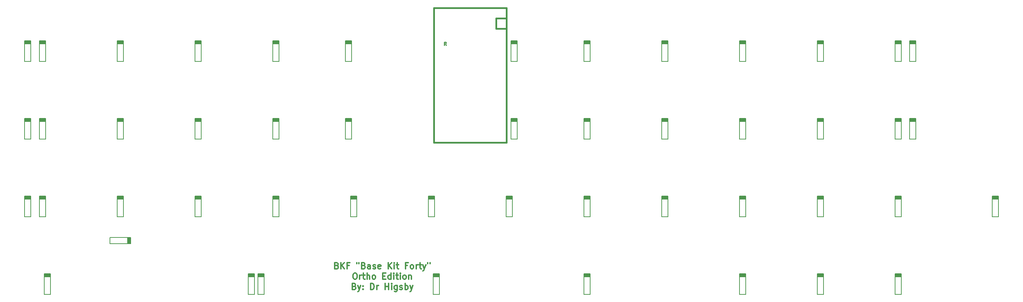
<source format=gbr>
G04 #@! TF.GenerationSoftware,KiCad,Pcbnew,(5.1.4)-1*
G04 #@! TF.CreationDate,2021-01-05T14:29:53-08:00*
G04 #@! TF.ProjectId,The-BKF-Ortho,5468652d-424b-4462-9d4f-7274686f2e6b,rev?*
G04 #@! TF.SameCoordinates,Original*
G04 #@! TF.FileFunction,Legend,Top*
G04 #@! TF.FilePolarity,Positive*
%FSLAX46Y46*%
G04 Gerber Fmt 4.6, Leading zero omitted, Abs format (unit mm)*
G04 Created by KiCad (PCBNEW (5.1.4)-1) date 2021-01-05 14:29:53*
%MOMM*%
%LPD*%
G04 APERTURE LIST*
%ADD10C,0.300000*%
%ADD11C,0.150000*%
%ADD12C,0.381000*%
G04 APERTURE END LIST*
D10*
X117355742Y-129981657D02*
X117570028Y-130053085D01*
X117641457Y-130124514D01*
X117712885Y-130267371D01*
X117712885Y-130481657D01*
X117641457Y-130624514D01*
X117570028Y-130695942D01*
X117427171Y-130767371D01*
X116855742Y-130767371D01*
X116855742Y-129267371D01*
X117355742Y-129267371D01*
X117498600Y-129338800D01*
X117570028Y-129410228D01*
X117641457Y-129553085D01*
X117641457Y-129695942D01*
X117570028Y-129838800D01*
X117498600Y-129910228D01*
X117355742Y-129981657D01*
X116855742Y-129981657D01*
X118355742Y-130767371D02*
X118355742Y-129267371D01*
X119212885Y-130767371D02*
X118570028Y-129910228D01*
X119212885Y-129267371D02*
X118355742Y-130124514D01*
X120355742Y-129981657D02*
X119855742Y-129981657D01*
X119855742Y-130767371D02*
X119855742Y-129267371D01*
X120570028Y-129267371D01*
X122212885Y-129267371D02*
X122212885Y-129553085D01*
X122784314Y-129267371D02*
X122784314Y-129553085D01*
X123927171Y-129981657D02*
X124141457Y-130053085D01*
X124212885Y-130124514D01*
X124284314Y-130267371D01*
X124284314Y-130481657D01*
X124212885Y-130624514D01*
X124141457Y-130695942D01*
X123998600Y-130767371D01*
X123427171Y-130767371D01*
X123427171Y-129267371D01*
X123927171Y-129267371D01*
X124070028Y-129338800D01*
X124141457Y-129410228D01*
X124212885Y-129553085D01*
X124212885Y-129695942D01*
X124141457Y-129838800D01*
X124070028Y-129910228D01*
X123927171Y-129981657D01*
X123427171Y-129981657D01*
X125570028Y-130767371D02*
X125570028Y-129981657D01*
X125498600Y-129838800D01*
X125355742Y-129767371D01*
X125070028Y-129767371D01*
X124927171Y-129838800D01*
X125570028Y-130695942D02*
X125427171Y-130767371D01*
X125070028Y-130767371D01*
X124927171Y-130695942D01*
X124855742Y-130553085D01*
X124855742Y-130410228D01*
X124927171Y-130267371D01*
X125070028Y-130195942D01*
X125427171Y-130195942D01*
X125570028Y-130124514D01*
X126212885Y-130695942D02*
X126355742Y-130767371D01*
X126641457Y-130767371D01*
X126784314Y-130695942D01*
X126855742Y-130553085D01*
X126855742Y-130481657D01*
X126784314Y-130338800D01*
X126641457Y-130267371D01*
X126427171Y-130267371D01*
X126284314Y-130195942D01*
X126212885Y-130053085D01*
X126212885Y-129981657D01*
X126284314Y-129838800D01*
X126427171Y-129767371D01*
X126641457Y-129767371D01*
X126784314Y-129838800D01*
X128070028Y-130695942D02*
X127927171Y-130767371D01*
X127641457Y-130767371D01*
X127498600Y-130695942D01*
X127427171Y-130553085D01*
X127427171Y-129981657D01*
X127498600Y-129838800D01*
X127641457Y-129767371D01*
X127927171Y-129767371D01*
X128070028Y-129838800D01*
X128141457Y-129981657D01*
X128141457Y-130124514D01*
X127427171Y-130267371D01*
X129927171Y-130767371D02*
X129927171Y-129267371D01*
X130784314Y-130767371D02*
X130141457Y-129910228D01*
X130784314Y-129267371D02*
X129927171Y-130124514D01*
X131427171Y-130767371D02*
X131427171Y-129767371D01*
X131427171Y-129267371D02*
X131355742Y-129338800D01*
X131427171Y-129410228D01*
X131498600Y-129338800D01*
X131427171Y-129267371D01*
X131427171Y-129410228D01*
X131927171Y-129767371D02*
X132498600Y-129767371D01*
X132141457Y-129267371D02*
X132141457Y-130553085D01*
X132212885Y-130695942D01*
X132355742Y-130767371D01*
X132498600Y-130767371D01*
X134641457Y-129981657D02*
X134141457Y-129981657D01*
X134141457Y-130767371D02*
X134141457Y-129267371D01*
X134855742Y-129267371D01*
X135641457Y-130767371D02*
X135498600Y-130695942D01*
X135427171Y-130624514D01*
X135355742Y-130481657D01*
X135355742Y-130053085D01*
X135427171Y-129910228D01*
X135498600Y-129838800D01*
X135641457Y-129767371D01*
X135855742Y-129767371D01*
X135998600Y-129838800D01*
X136070028Y-129910228D01*
X136141457Y-130053085D01*
X136141457Y-130481657D01*
X136070028Y-130624514D01*
X135998600Y-130695942D01*
X135855742Y-130767371D01*
X135641457Y-130767371D01*
X136784314Y-130767371D02*
X136784314Y-129767371D01*
X136784314Y-130053085D02*
X136855742Y-129910228D01*
X136927171Y-129838800D01*
X137070028Y-129767371D01*
X137212885Y-129767371D01*
X137498600Y-129767371D02*
X138070028Y-129767371D01*
X137712885Y-129267371D02*
X137712885Y-130553085D01*
X137784314Y-130695942D01*
X137927171Y-130767371D01*
X138070028Y-130767371D01*
X138427171Y-129767371D02*
X138784314Y-130767371D01*
X139141457Y-129767371D02*
X138784314Y-130767371D01*
X138641457Y-131124514D01*
X138570028Y-131195942D01*
X138427171Y-131267371D01*
X139641457Y-129267371D02*
X139641457Y-129553085D01*
X140212885Y-129267371D02*
X140212885Y-129553085D01*
X121677171Y-131817371D02*
X121962885Y-131817371D01*
X122105742Y-131888800D01*
X122248600Y-132031657D01*
X122320028Y-132317371D01*
X122320028Y-132817371D01*
X122248600Y-133103085D01*
X122105742Y-133245942D01*
X121962885Y-133317371D01*
X121677171Y-133317371D01*
X121534314Y-133245942D01*
X121391457Y-133103085D01*
X121320028Y-132817371D01*
X121320028Y-132317371D01*
X121391457Y-132031657D01*
X121534314Y-131888800D01*
X121677171Y-131817371D01*
X122962885Y-133317371D02*
X122962885Y-132317371D01*
X122962885Y-132603085D02*
X123034314Y-132460228D01*
X123105742Y-132388800D01*
X123248600Y-132317371D01*
X123391457Y-132317371D01*
X123677171Y-132317371D02*
X124248600Y-132317371D01*
X123891457Y-131817371D02*
X123891457Y-133103085D01*
X123962885Y-133245942D01*
X124105742Y-133317371D01*
X124248600Y-133317371D01*
X124748600Y-133317371D02*
X124748600Y-131817371D01*
X125391457Y-133317371D02*
X125391457Y-132531657D01*
X125320028Y-132388800D01*
X125177171Y-132317371D01*
X124962885Y-132317371D01*
X124820028Y-132388800D01*
X124748600Y-132460228D01*
X126320028Y-133317371D02*
X126177171Y-133245942D01*
X126105742Y-133174514D01*
X126034314Y-133031657D01*
X126034314Y-132603085D01*
X126105742Y-132460228D01*
X126177171Y-132388800D01*
X126320028Y-132317371D01*
X126534314Y-132317371D01*
X126677171Y-132388800D01*
X126748600Y-132460228D01*
X126820028Y-132603085D01*
X126820028Y-133031657D01*
X126748600Y-133174514D01*
X126677171Y-133245942D01*
X126534314Y-133317371D01*
X126320028Y-133317371D01*
X128605742Y-132531657D02*
X129105742Y-132531657D01*
X129320028Y-133317371D02*
X128605742Y-133317371D01*
X128605742Y-131817371D01*
X129320028Y-131817371D01*
X130605742Y-133317371D02*
X130605742Y-131817371D01*
X130605742Y-133245942D02*
X130462885Y-133317371D01*
X130177171Y-133317371D01*
X130034314Y-133245942D01*
X129962885Y-133174514D01*
X129891457Y-133031657D01*
X129891457Y-132603085D01*
X129962885Y-132460228D01*
X130034314Y-132388800D01*
X130177171Y-132317371D01*
X130462885Y-132317371D01*
X130605742Y-132388800D01*
X131320028Y-133317371D02*
X131320028Y-132317371D01*
X131320028Y-131817371D02*
X131248600Y-131888800D01*
X131320028Y-131960228D01*
X131391457Y-131888800D01*
X131320028Y-131817371D01*
X131320028Y-131960228D01*
X131820028Y-132317371D02*
X132391457Y-132317371D01*
X132034314Y-131817371D02*
X132034314Y-133103085D01*
X132105742Y-133245942D01*
X132248600Y-133317371D01*
X132391457Y-133317371D01*
X132891457Y-133317371D02*
X132891457Y-132317371D01*
X132891457Y-131817371D02*
X132820028Y-131888800D01*
X132891457Y-131960228D01*
X132962885Y-131888800D01*
X132891457Y-131817371D01*
X132891457Y-131960228D01*
X133820028Y-133317371D02*
X133677171Y-133245942D01*
X133605742Y-133174514D01*
X133534314Y-133031657D01*
X133534314Y-132603085D01*
X133605742Y-132460228D01*
X133677171Y-132388800D01*
X133820028Y-132317371D01*
X134034314Y-132317371D01*
X134177171Y-132388800D01*
X134248600Y-132460228D01*
X134320028Y-132603085D01*
X134320028Y-133031657D01*
X134248600Y-133174514D01*
X134177171Y-133245942D01*
X134034314Y-133317371D01*
X133820028Y-133317371D01*
X134962885Y-132317371D02*
X134962885Y-133317371D01*
X134962885Y-132460228D02*
X135034314Y-132388800D01*
X135177171Y-132317371D01*
X135391457Y-132317371D01*
X135534314Y-132388800D01*
X135605742Y-132531657D01*
X135605742Y-133317371D01*
X121641457Y-135081657D02*
X121855742Y-135153085D01*
X121927171Y-135224514D01*
X121998600Y-135367371D01*
X121998600Y-135581657D01*
X121927171Y-135724514D01*
X121855742Y-135795942D01*
X121712885Y-135867371D01*
X121141457Y-135867371D01*
X121141457Y-134367371D01*
X121641457Y-134367371D01*
X121784314Y-134438800D01*
X121855742Y-134510228D01*
X121927171Y-134653085D01*
X121927171Y-134795942D01*
X121855742Y-134938800D01*
X121784314Y-135010228D01*
X121641457Y-135081657D01*
X121141457Y-135081657D01*
X122498600Y-134867371D02*
X122855742Y-135867371D01*
X123212885Y-134867371D02*
X122855742Y-135867371D01*
X122712885Y-136224514D01*
X122641457Y-136295942D01*
X122498600Y-136367371D01*
X123784314Y-135724514D02*
X123855742Y-135795942D01*
X123784314Y-135867371D01*
X123712885Y-135795942D01*
X123784314Y-135724514D01*
X123784314Y-135867371D01*
X123784314Y-134938800D02*
X123855742Y-135010228D01*
X123784314Y-135081657D01*
X123712885Y-135010228D01*
X123784314Y-134938800D01*
X123784314Y-135081657D01*
X125641457Y-135867371D02*
X125641457Y-134367371D01*
X125998600Y-134367371D01*
X126212885Y-134438800D01*
X126355742Y-134581657D01*
X126427171Y-134724514D01*
X126498600Y-135010228D01*
X126498600Y-135224514D01*
X126427171Y-135510228D01*
X126355742Y-135653085D01*
X126212885Y-135795942D01*
X125998600Y-135867371D01*
X125641457Y-135867371D01*
X127141457Y-135867371D02*
X127141457Y-134867371D01*
X127141457Y-135153085D02*
X127212885Y-135010228D01*
X127284314Y-134938800D01*
X127427171Y-134867371D01*
X127570028Y-134867371D01*
X129212885Y-135867371D02*
X129212885Y-134367371D01*
X129212885Y-135081657D02*
X130070028Y-135081657D01*
X130070028Y-135867371D02*
X130070028Y-134367371D01*
X130784314Y-135867371D02*
X130784314Y-134867371D01*
X130784314Y-134367371D02*
X130712885Y-134438800D01*
X130784314Y-134510228D01*
X130855742Y-134438800D01*
X130784314Y-134367371D01*
X130784314Y-134510228D01*
X132141457Y-134867371D02*
X132141457Y-136081657D01*
X132070028Y-136224514D01*
X131998600Y-136295942D01*
X131855742Y-136367371D01*
X131641457Y-136367371D01*
X131498600Y-136295942D01*
X132141457Y-135795942D02*
X131998600Y-135867371D01*
X131712885Y-135867371D01*
X131570028Y-135795942D01*
X131498600Y-135724514D01*
X131427171Y-135581657D01*
X131427171Y-135153085D01*
X131498600Y-135010228D01*
X131570028Y-134938800D01*
X131712885Y-134867371D01*
X131998600Y-134867371D01*
X132141457Y-134938800D01*
X132784314Y-135795942D02*
X132927171Y-135867371D01*
X133212885Y-135867371D01*
X133355742Y-135795942D01*
X133427171Y-135653085D01*
X133427171Y-135581657D01*
X133355742Y-135438800D01*
X133212885Y-135367371D01*
X132998600Y-135367371D01*
X132855742Y-135295942D01*
X132784314Y-135153085D01*
X132784314Y-135081657D01*
X132855742Y-134938800D01*
X132998600Y-134867371D01*
X133212885Y-134867371D01*
X133355742Y-134938800D01*
X134070028Y-135867371D02*
X134070028Y-134367371D01*
X134070028Y-134938800D02*
X134212885Y-134867371D01*
X134498600Y-134867371D01*
X134641457Y-134938800D01*
X134712885Y-135010228D01*
X134784314Y-135153085D01*
X134784314Y-135581657D01*
X134712885Y-135724514D01*
X134641457Y-135795942D01*
X134498600Y-135867371D01*
X134212885Y-135867371D01*
X134070028Y-135795942D01*
X135284314Y-134867371D02*
X135641457Y-135867371D01*
X135998600Y-134867371D02*
X135641457Y-135867371D01*
X135498600Y-136224514D01*
X135427171Y-136295942D01*
X135284314Y-136367371D01*
D11*
X277844484Y-118030722D02*
X277844484Y-112950722D01*
X277844484Y-112950722D02*
X279368484Y-112950722D01*
X279368484Y-112950722D02*
X279368484Y-118030722D01*
X279368484Y-118030722D02*
X277844484Y-118030722D01*
X277844484Y-113331722D02*
X279368484Y-113331722D01*
X279368484Y-113204722D02*
X277844484Y-113204722D01*
X277844484Y-113077722D02*
X279368484Y-113077722D01*
X279368484Y-113458722D02*
X277844484Y-113458722D01*
X277844484Y-113585722D02*
X279368484Y-113585722D01*
X277844484Y-113712722D02*
X279368484Y-113712722D01*
X254031964Y-137080738D02*
X254031964Y-132000738D01*
X254031964Y-132000738D02*
X255555964Y-132000738D01*
X255555964Y-132000738D02*
X255555964Y-137080738D01*
X255555964Y-137080738D02*
X254031964Y-137080738D01*
X254031964Y-132381738D02*
X255555964Y-132381738D01*
X255555964Y-132254738D02*
X254031964Y-132254738D01*
X254031964Y-132127738D02*
X255555964Y-132127738D01*
X255555964Y-132508738D02*
X254031964Y-132508738D01*
X254031964Y-132635738D02*
X255555964Y-132635738D01*
X254031964Y-132762738D02*
X255555964Y-132762738D01*
D12*
X156368750Y-69294375D02*
X158908750Y-69294375D01*
X141128750Y-66754375D02*
X158908750Y-66754375D01*
X158908750Y-66754375D02*
X158908750Y-99774375D01*
X158908750Y-99774375D02*
X141128750Y-99774375D01*
X141128750Y-99774375D02*
X141128750Y-66754375D01*
D11*
G36*
X144174115Y-75183405D02*
G01*
X144174115Y-75283405D01*
X143674115Y-75283405D01*
X143674115Y-75183405D01*
X144174115Y-75183405D01*
G37*
X144174115Y-75183405D02*
X144174115Y-75283405D01*
X143674115Y-75283405D01*
X143674115Y-75183405D01*
X144174115Y-75183405D01*
G36*
X144174115Y-75183405D02*
G01*
X144174115Y-75483405D01*
X144074115Y-75483405D01*
X144074115Y-75183405D01*
X144174115Y-75183405D01*
G37*
X144174115Y-75183405D02*
X144174115Y-75483405D01*
X144074115Y-75483405D01*
X144074115Y-75183405D01*
X144174115Y-75183405D01*
G36*
X144174115Y-75783405D02*
G01*
X144174115Y-75983405D01*
X144074115Y-75983405D01*
X144074115Y-75783405D01*
X144174115Y-75783405D01*
G37*
X144174115Y-75783405D02*
X144174115Y-75983405D01*
X144074115Y-75983405D01*
X144074115Y-75783405D01*
X144174115Y-75783405D01*
G36*
X143774115Y-75183405D02*
G01*
X143774115Y-75983405D01*
X143674115Y-75983405D01*
X143674115Y-75183405D01*
X143774115Y-75183405D01*
G37*
X143774115Y-75183405D02*
X143774115Y-75983405D01*
X143674115Y-75983405D01*
X143674115Y-75183405D01*
X143774115Y-75183405D01*
G36*
X143974115Y-75583405D02*
G01*
X143974115Y-75683405D01*
X143874115Y-75683405D01*
X143874115Y-75583405D01*
X143974115Y-75583405D01*
G37*
X143974115Y-75583405D02*
X143974115Y-75683405D01*
X143874115Y-75683405D01*
X143874115Y-75583405D01*
X143974115Y-75583405D01*
D12*
X156368750Y-69294375D02*
X156368750Y-71834375D01*
X156368750Y-71834375D02*
X158908750Y-71834375D01*
D11*
X234981948Y-137080738D02*
X234981948Y-132000738D01*
X234981948Y-132000738D02*
X236505948Y-132000738D01*
X236505948Y-132000738D02*
X236505948Y-137080738D01*
X236505948Y-137080738D02*
X234981948Y-137080738D01*
X234981948Y-132381738D02*
X236505948Y-132381738D01*
X236505948Y-132254738D02*
X234981948Y-132254738D01*
X234981948Y-132127738D02*
X236505948Y-132127738D01*
X236505948Y-132508738D02*
X234981948Y-132508738D01*
X234981948Y-132635738D02*
X236505948Y-132635738D01*
X234981948Y-132762738D02*
X236505948Y-132762738D01*
X215931932Y-137080738D02*
X215931932Y-132000738D01*
X215931932Y-132000738D02*
X217455932Y-132000738D01*
X217455932Y-132000738D02*
X217455932Y-137080738D01*
X217455932Y-137080738D02*
X215931932Y-137080738D01*
X215931932Y-132381738D02*
X217455932Y-132381738D01*
X217455932Y-132254738D02*
X215931932Y-132254738D01*
X215931932Y-132127738D02*
X217455932Y-132127738D01*
X217455932Y-132508738D02*
X215931932Y-132508738D01*
X215931932Y-132635738D02*
X217455932Y-132635738D01*
X215931932Y-132762738D02*
X217455932Y-132762738D01*
X177831900Y-137080738D02*
X177831900Y-132000738D01*
X177831900Y-132000738D02*
X179355900Y-132000738D01*
X179355900Y-132000738D02*
X179355900Y-137080738D01*
X179355900Y-137080738D02*
X177831900Y-137080738D01*
X177831900Y-132381738D02*
X179355900Y-132381738D01*
X179355900Y-132254738D02*
X177831900Y-132254738D01*
X177831900Y-132127738D02*
X179355900Y-132127738D01*
X179355900Y-132508738D02*
X177831900Y-132508738D01*
X177831900Y-132635738D02*
X179355900Y-132635738D01*
X177831900Y-132762738D02*
X179355900Y-132762738D01*
X140922494Y-137080738D02*
X140922494Y-132000738D01*
X140922494Y-132000738D02*
X142446494Y-132000738D01*
X142446494Y-132000738D02*
X142446494Y-137080738D01*
X142446494Y-137080738D02*
X140922494Y-137080738D01*
X140922494Y-132381738D02*
X142446494Y-132381738D01*
X142446494Y-132254738D02*
X140922494Y-132254738D01*
X140922494Y-132127738D02*
X142446494Y-132127738D01*
X142446494Y-132508738D02*
X140922494Y-132508738D01*
X140922494Y-132635738D02*
X142446494Y-132635738D01*
X140922494Y-132762738D02*
X142446494Y-132762738D01*
X98059958Y-137080738D02*
X98059958Y-132000738D01*
X98059958Y-132000738D02*
X99583958Y-132000738D01*
X99583958Y-132000738D02*
X99583958Y-137080738D01*
X99583958Y-137080738D02*
X98059958Y-137080738D01*
X98059958Y-132381738D02*
X99583958Y-132381738D01*
X99583958Y-132254738D02*
X98059958Y-132254738D01*
X98059958Y-132127738D02*
X99583958Y-132127738D01*
X99583958Y-132508738D02*
X98059958Y-132508738D01*
X98059958Y-132635738D02*
X99583958Y-132635738D01*
X98059958Y-132762738D02*
X99583958Y-132762738D01*
X95678706Y-137080738D02*
X95678706Y-132000738D01*
X95678706Y-132000738D02*
X97202706Y-132000738D01*
X97202706Y-132000738D02*
X97202706Y-137080738D01*
X97202706Y-137080738D02*
X95678706Y-137080738D01*
X95678706Y-132381738D02*
X97202706Y-132381738D01*
X97202706Y-132254738D02*
X95678706Y-132254738D01*
X95678706Y-132127738D02*
X97202706Y-132127738D01*
X97202706Y-132508738D02*
X95678706Y-132508738D01*
X95678706Y-132635738D02*
X97202706Y-132635738D01*
X95678706Y-132762738D02*
X97202706Y-132762738D01*
X61753804Y-123063104D02*
X66833804Y-123063104D01*
X66833804Y-123063104D02*
X66833804Y-124587104D01*
X66833804Y-124587104D02*
X61753804Y-124587104D01*
X61753804Y-124587104D02*
X61753804Y-123063104D01*
X66452804Y-123063104D02*
X66452804Y-124587104D01*
X66579804Y-124587104D02*
X66579804Y-123063104D01*
X66706804Y-123063104D02*
X66706804Y-124587104D01*
X66325804Y-124587104D02*
X66325804Y-123063104D01*
X66198804Y-123063104D02*
X66198804Y-124587104D01*
X66071804Y-123063104D02*
X66071804Y-124587104D01*
X45672570Y-137081190D02*
X45672570Y-132001190D01*
X45672570Y-132001190D02*
X47196570Y-132001190D01*
X47196570Y-132001190D02*
X47196570Y-137081190D01*
X47196570Y-137081190D02*
X45672570Y-137081190D01*
X45672570Y-132382190D02*
X47196570Y-132382190D01*
X47196570Y-132255190D02*
X45672570Y-132255190D01*
X45672570Y-132128190D02*
X47196570Y-132128190D01*
X47196570Y-132509190D02*
X45672570Y-132509190D01*
X45672570Y-132636190D02*
X47196570Y-132636190D01*
X45672570Y-132763190D02*
X47196570Y-132763190D01*
X254031750Y-118030625D02*
X254031750Y-112950625D01*
X254031750Y-112950625D02*
X255555750Y-112950625D01*
X255555750Y-112950625D02*
X255555750Y-118030625D01*
X255555750Y-118030625D02*
X254031750Y-118030625D01*
X254031750Y-113331625D02*
X255555750Y-113331625D01*
X255555750Y-113204625D02*
X254031750Y-113204625D01*
X254031750Y-113077625D02*
X255555750Y-113077625D01*
X255555750Y-113458625D02*
X254031750Y-113458625D01*
X254031750Y-113585625D02*
X255555750Y-113585625D01*
X254031750Y-113712625D02*
X255555750Y-113712625D01*
X234981750Y-118030625D02*
X234981750Y-112950625D01*
X234981750Y-112950625D02*
X236505750Y-112950625D01*
X236505750Y-112950625D02*
X236505750Y-118030625D01*
X236505750Y-118030625D02*
X234981750Y-118030625D01*
X234981750Y-113331625D02*
X236505750Y-113331625D01*
X236505750Y-113204625D02*
X234981750Y-113204625D01*
X234981750Y-113077625D02*
X236505750Y-113077625D01*
X236505750Y-113458625D02*
X234981750Y-113458625D01*
X234981750Y-113585625D02*
X236505750Y-113585625D01*
X234981750Y-113712625D02*
X236505750Y-113712625D01*
X215931750Y-118030625D02*
X215931750Y-112950625D01*
X215931750Y-112950625D02*
X217455750Y-112950625D01*
X217455750Y-112950625D02*
X217455750Y-118030625D01*
X217455750Y-118030625D02*
X215931750Y-118030625D01*
X215931750Y-113331625D02*
X217455750Y-113331625D01*
X217455750Y-113204625D02*
X215931750Y-113204625D01*
X215931750Y-113077625D02*
X217455750Y-113077625D01*
X217455750Y-113458625D02*
X215931750Y-113458625D01*
X215931750Y-113585625D02*
X217455750Y-113585625D01*
X215931750Y-113712625D02*
X217455750Y-113712625D01*
X196881750Y-118030625D02*
X196881750Y-112950625D01*
X196881750Y-112950625D02*
X198405750Y-112950625D01*
X198405750Y-112950625D02*
X198405750Y-118030625D01*
X198405750Y-118030625D02*
X196881750Y-118030625D01*
X196881750Y-113331625D02*
X198405750Y-113331625D01*
X198405750Y-113204625D02*
X196881750Y-113204625D01*
X196881750Y-113077625D02*
X198405750Y-113077625D01*
X198405750Y-113458625D02*
X196881750Y-113458625D01*
X196881750Y-113585625D02*
X198405750Y-113585625D01*
X196881750Y-113712625D02*
X198405750Y-113712625D01*
X177831750Y-118030625D02*
X177831750Y-112950625D01*
X177831750Y-112950625D02*
X179355750Y-112950625D01*
X179355750Y-112950625D02*
X179355750Y-118030625D01*
X179355750Y-118030625D02*
X177831750Y-118030625D01*
X177831750Y-113331625D02*
X179355750Y-113331625D01*
X179355750Y-113204625D02*
X177831750Y-113204625D01*
X177831750Y-113077625D02*
X179355750Y-113077625D01*
X179355750Y-113458625D02*
X177831750Y-113458625D01*
X177831750Y-113585625D02*
X179355750Y-113585625D01*
X177831750Y-113712625D02*
X179355750Y-113712625D01*
X158781750Y-118030625D02*
X158781750Y-112950625D01*
X158781750Y-112950625D02*
X160305750Y-112950625D01*
X160305750Y-112950625D02*
X160305750Y-118030625D01*
X160305750Y-118030625D02*
X158781750Y-118030625D01*
X158781750Y-113331625D02*
X160305750Y-113331625D01*
X160305750Y-113204625D02*
X158781750Y-113204625D01*
X158781750Y-113077625D02*
X160305750Y-113077625D01*
X160305750Y-113458625D02*
X158781750Y-113458625D01*
X158781750Y-113585625D02*
X160305750Y-113585625D01*
X158781750Y-113712625D02*
X160305750Y-113712625D01*
X139731750Y-118030625D02*
X139731750Y-112950625D01*
X139731750Y-112950625D02*
X141255750Y-112950625D01*
X141255750Y-112950625D02*
X141255750Y-118030625D01*
X141255750Y-118030625D02*
X139731750Y-118030625D01*
X139731750Y-113331625D02*
X141255750Y-113331625D01*
X141255750Y-113204625D02*
X139731750Y-113204625D01*
X139731750Y-113077625D02*
X141255750Y-113077625D01*
X141255750Y-113458625D02*
X139731750Y-113458625D01*
X139731750Y-113585625D02*
X141255750Y-113585625D01*
X139731750Y-113712625D02*
X141255750Y-113712625D01*
X120681750Y-118030625D02*
X120681750Y-112950625D01*
X120681750Y-112950625D02*
X122205750Y-112950625D01*
X122205750Y-112950625D02*
X122205750Y-118030625D01*
X122205750Y-118030625D02*
X120681750Y-118030625D01*
X120681750Y-113331625D02*
X122205750Y-113331625D01*
X122205750Y-113204625D02*
X120681750Y-113204625D01*
X120681750Y-113077625D02*
X122205750Y-113077625D01*
X122205750Y-113458625D02*
X120681750Y-113458625D01*
X120681750Y-113585625D02*
X122205750Y-113585625D01*
X120681750Y-113712625D02*
X122205750Y-113712625D01*
X101631750Y-118030625D02*
X101631750Y-112950625D01*
X101631750Y-112950625D02*
X103155750Y-112950625D01*
X103155750Y-112950625D02*
X103155750Y-118030625D01*
X103155750Y-118030625D02*
X101631750Y-118030625D01*
X101631750Y-113331625D02*
X103155750Y-113331625D01*
X103155750Y-113204625D02*
X101631750Y-113204625D01*
X101631750Y-113077625D02*
X103155750Y-113077625D01*
X103155750Y-113458625D02*
X101631750Y-113458625D01*
X101631750Y-113585625D02*
X103155750Y-113585625D01*
X101631750Y-113712625D02*
X103155750Y-113712625D01*
X82581750Y-118030625D02*
X82581750Y-112950625D01*
X82581750Y-112950625D02*
X84105750Y-112950625D01*
X84105750Y-112950625D02*
X84105750Y-118030625D01*
X84105750Y-118030625D02*
X82581750Y-118030625D01*
X82581750Y-113331625D02*
X84105750Y-113331625D01*
X84105750Y-113204625D02*
X82581750Y-113204625D01*
X82581750Y-113077625D02*
X84105750Y-113077625D01*
X84105750Y-113458625D02*
X82581750Y-113458625D01*
X82581750Y-113585625D02*
X84105750Y-113585625D01*
X82581750Y-113712625D02*
X84105750Y-113712625D01*
X63531750Y-118030625D02*
X63531750Y-112950625D01*
X63531750Y-112950625D02*
X65055750Y-112950625D01*
X65055750Y-112950625D02*
X65055750Y-118030625D01*
X65055750Y-118030625D02*
X63531750Y-118030625D01*
X63531750Y-113331625D02*
X65055750Y-113331625D01*
X65055750Y-113204625D02*
X63531750Y-113204625D01*
X63531750Y-113077625D02*
X65055750Y-113077625D01*
X65055750Y-113458625D02*
X63531750Y-113458625D01*
X63531750Y-113585625D02*
X65055750Y-113585625D01*
X63531750Y-113712625D02*
X65055750Y-113712625D01*
X44481750Y-118030625D02*
X44481750Y-112950625D01*
X44481750Y-112950625D02*
X46005750Y-112950625D01*
X46005750Y-112950625D02*
X46005750Y-118030625D01*
X46005750Y-118030625D02*
X44481750Y-118030625D01*
X44481750Y-113331625D02*
X46005750Y-113331625D01*
X46005750Y-113204625D02*
X44481750Y-113204625D01*
X44481750Y-113077625D02*
X46005750Y-113077625D01*
X46005750Y-113458625D02*
X44481750Y-113458625D01*
X44481750Y-113585625D02*
X46005750Y-113585625D01*
X44481750Y-113712625D02*
X46005750Y-113712625D01*
X40909875Y-118030625D02*
X40909875Y-112950625D01*
X40909875Y-112950625D02*
X42433875Y-112950625D01*
X42433875Y-112950625D02*
X42433875Y-118030625D01*
X42433875Y-118030625D02*
X40909875Y-118030625D01*
X40909875Y-113331625D02*
X42433875Y-113331625D01*
X42433875Y-113204625D02*
X40909875Y-113204625D01*
X40909875Y-113077625D02*
X42433875Y-113077625D01*
X42433875Y-113458625D02*
X40909875Y-113458625D01*
X40909875Y-113585625D02*
X42433875Y-113585625D01*
X40909875Y-113712625D02*
X42433875Y-113712625D01*
X257603625Y-98980625D02*
X257603625Y-93900625D01*
X257603625Y-93900625D02*
X259127625Y-93900625D01*
X259127625Y-93900625D02*
X259127625Y-98980625D01*
X259127625Y-98980625D02*
X257603625Y-98980625D01*
X257603625Y-94281625D02*
X259127625Y-94281625D01*
X259127625Y-94154625D02*
X257603625Y-94154625D01*
X257603625Y-94027625D02*
X259127625Y-94027625D01*
X259127625Y-94408625D02*
X257603625Y-94408625D01*
X257603625Y-94535625D02*
X259127625Y-94535625D01*
X257603625Y-94662625D02*
X259127625Y-94662625D01*
X254031750Y-98980625D02*
X254031750Y-93900625D01*
X254031750Y-93900625D02*
X255555750Y-93900625D01*
X255555750Y-93900625D02*
X255555750Y-98980625D01*
X255555750Y-98980625D02*
X254031750Y-98980625D01*
X254031750Y-94281625D02*
X255555750Y-94281625D01*
X255555750Y-94154625D02*
X254031750Y-94154625D01*
X254031750Y-94027625D02*
X255555750Y-94027625D01*
X255555750Y-94408625D02*
X254031750Y-94408625D01*
X254031750Y-94535625D02*
X255555750Y-94535625D01*
X254031750Y-94662625D02*
X255555750Y-94662625D01*
X234981750Y-98980625D02*
X234981750Y-93900625D01*
X234981750Y-93900625D02*
X236505750Y-93900625D01*
X236505750Y-93900625D02*
X236505750Y-98980625D01*
X236505750Y-98980625D02*
X234981750Y-98980625D01*
X234981750Y-94281625D02*
X236505750Y-94281625D01*
X236505750Y-94154625D02*
X234981750Y-94154625D01*
X234981750Y-94027625D02*
X236505750Y-94027625D01*
X236505750Y-94408625D02*
X234981750Y-94408625D01*
X234981750Y-94535625D02*
X236505750Y-94535625D01*
X234981750Y-94662625D02*
X236505750Y-94662625D01*
X215931750Y-98980625D02*
X215931750Y-93900625D01*
X215931750Y-93900625D02*
X217455750Y-93900625D01*
X217455750Y-93900625D02*
X217455750Y-98980625D01*
X217455750Y-98980625D02*
X215931750Y-98980625D01*
X215931750Y-94281625D02*
X217455750Y-94281625D01*
X217455750Y-94154625D02*
X215931750Y-94154625D01*
X215931750Y-94027625D02*
X217455750Y-94027625D01*
X217455750Y-94408625D02*
X215931750Y-94408625D01*
X215931750Y-94535625D02*
X217455750Y-94535625D01*
X215931750Y-94662625D02*
X217455750Y-94662625D01*
X196881750Y-98980625D02*
X196881750Y-93900625D01*
X196881750Y-93900625D02*
X198405750Y-93900625D01*
X198405750Y-93900625D02*
X198405750Y-98980625D01*
X198405750Y-98980625D02*
X196881750Y-98980625D01*
X196881750Y-94281625D02*
X198405750Y-94281625D01*
X198405750Y-94154625D02*
X196881750Y-94154625D01*
X196881750Y-94027625D02*
X198405750Y-94027625D01*
X198405750Y-94408625D02*
X196881750Y-94408625D01*
X196881750Y-94535625D02*
X198405750Y-94535625D01*
X196881750Y-94662625D02*
X198405750Y-94662625D01*
X177831750Y-98980625D02*
X177831750Y-93900625D01*
X177831750Y-93900625D02*
X179355750Y-93900625D01*
X179355750Y-93900625D02*
X179355750Y-98980625D01*
X179355750Y-98980625D02*
X177831750Y-98980625D01*
X177831750Y-94281625D02*
X179355750Y-94281625D01*
X179355750Y-94154625D02*
X177831750Y-94154625D01*
X177831750Y-94027625D02*
X179355750Y-94027625D01*
X179355750Y-94408625D02*
X177831750Y-94408625D01*
X177831750Y-94535625D02*
X179355750Y-94535625D01*
X177831750Y-94662625D02*
X179355750Y-94662625D01*
X159972375Y-98980625D02*
X159972375Y-93900625D01*
X159972375Y-93900625D02*
X161496375Y-93900625D01*
X161496375Y-93900625D02*
X161496375Y-98980625D01*
X161496375Y-98980625D02*
X159972375Y-98980625D01*
X159972375Y-94281625D02*
X161496375Y-94281625D01*
X161496375Y-94154625D02*
X159972375Y-94154625D01*
X159972375Y-94027625D02*
X161496375Y-94027625D01*
X161496375Y-94408625D02*
X159972375Y-94408625D01*
X159972375Y-94535625D02*
X161496375Y-94535625D01*
X159972375Y-94662625D02*
X161496375Y-94662625D01*
X119491125Y-98980625D02*
X119491125Y-93900625D01*
X119491125Y-93900625D02*
X121015125Y-93900625D01*
X121015125Y-93900625D02*
X121015125Y-98980625D01*
X121015125Y-98980625D02*
X119491125Y-98980625D01*
X119491125Y-94281625D02*
X121015125Y-94281625D01*
X121015125Y-94154625D02*
X119491125Y-94154625D01*
X119491125Y-94027625D02*
X121015125Y-94027625D01*
X121015125Y-94408625D02*
X119491125Y-94408625D01*
X119491125Y-94535625D02*
X121015125Y-94535625D01*
X119491125Y-94662625D02*
X121015125Y-94662625D01*
X101631750Y-98980625D02*
X101631750Y-93900625D01*
X101631750Y-93900625D02*
X103155750Y-93900625D01*
X103155750Y-93900625D02*
X103155750Y-98980625D01*
X103155750Y-98980625D02*
X101631750Y-98980625D01*
X101631750Y-94281625D02*
X103155750Y-94281625D01*
X103155750Y-94154625D02*
X101631750Y-94154625D01*
X101631750Y-94027625D02*
X103155750Y-94027625D01*
X103155750Y-94408625D02*
X101631750Y-94408625D01*
X101631750Y-94535625D02*
X103155750Y-94535625D01*
X101631750Y-94662625D02*
X103155750Y-94662625D01*
X82581750Y-98980625D02*
X82581750Y-93900625D01*
X82581750Y-93900625D02*
X84105750Y-93900625D01*
X84105750Y-93900625D02*
X84105750Y-98980625D01*
X84105750Y-98980625D02*
X82581750Y-98980625D01*
X82581750Y-94281625D02*
X84105750Y-94281625D01*
X84105750Y-94154625D02*
X82581750Y-94154625D01*
X82581750Y-94027625D02*
X84105750Y-94027625D01*
X84105750Y-94408625D02*
X82581750Y-94408625D01*
X82581750Y-94535625D02*
X84105750Y-94535625D01*
X82581750Y-94662625D02*
X84105750Y-94662625D01*
X63531750Y-98980625D02*
X63531750Y-93900625D01*
X63531750Y-93900625D02*
X65055750Y-93900625D01*
X65055750Y-93900625D02*
X65055750Y-98980625D01*
X65055750Y-98980625D02*
X63531750Y-98980625D01*
X63531750Y-94281625D02*
X65055750Y-94281625D01*
X65055750Y-94154625D02*
X63531750Y-94154625D01*
X63531750Y-94027625D02*
X65055750Y-94027625D01*
X65055750Y-94408625D02*
X63531750Y-94408625D01*
X63531750Y-94535625D02*
X65055750Y-94535625D01*
X63531750Y-94662625D02*
X65055750Y-94662625D01*
X44481750Y-98980625D02*
X44481750Y-93900625D01*
X44481750Y-93900625D02*
X46005750Y-93900625D01*
X46005750Y-93900625D02*
X46005750Y-98980625D01*
X46005750Y-98980625D02*
X44481750Y-98980625D01*
X44481750Y-94281625D02*
X46005750Y-94281625D01*
X46005750Y-94154625D02*
X44481750Y-94154625D01*
X44481750Y-94027625D02*
X46005750Y-94027625D01*
X46005750Y-94408625D02*
X44481750Y-94408625D01*
X44481750Y-94535625D02*
X46005750Y-94535625D01*
X44481750Y-94662625D02*
X46005750Y-94662625D01*
X40909875Y-98980625D02*
X40909875Y-93900625D01*
X40909875Y-93900625D02*
X42433875Y-93900625D01*
X42433875Y-93900625D02*
X42433875Y-98980625D01*
X42433875Y-98980625D02*
X40909875Y-98980625D01*
X40909875Y-94281625D02*
X42433875Y-94281625D01*
X42433875Y-94154625D02*
X40909875Y-94154625D01*
X40909875Y-94027625D02*
X42433875Y-94027625D01*
X42433875Y-94408625D02*
X40909875Y-94408625D01*
X40909875Y-94535625D02*
X42433875Y-94535625D01*
X40909875Y-94662625D02*
X42433875Y-94662625D01*
X257603625Y-79930625D02*
X257603625Y-74850625D01*
X257603625Y-74850625D02*
X259127625Y-74850625D01*
X259127625Y-74850625D02*
X259127625Y-79930625D01*
X259127625Y-79930625D02*
X257603625Y-79930625D01*
X257603625Y-75231625D02*
X259127625Y-75231625D01*
X259127625Y-75104625D02*
X257603625Y-75104625D01*
X257603625Y-74977625D02*
X259127625Y-74977625D01*
X259127625Y-75358625D02*
X257603625Y-75358625D01*
X257603625Y-75485625D02*
X259127625Y-75485625D01*
X257603625Y-75612625D02*
X259127625Y-75612625D01*
X254031750Y-79930625D02*
X254031750Y-74850625D01*
X254031750Y-74850625D02*
X255555750Y-74850625D01*
X255555750Y-74850625D02*
X255555750Y-79930625D01*
X255555750Y-79930625D02*
X254031750Y-79930625D01*
X254031750Y-75231625D02*
X255555750Y-75231625D01*
X255555750Y-75104625D02*
X254031750Y-75104625D01*
X254031750Y-74977625D02*
X255555750Y-74977625D01*
X255555750Y-75358625D02*
X254031750Y-75358625D01*
X254031750Y-75485625D02*
X255555750Y-75485625D01*
X254031750Y-75612625D02*
X255555750Y-75612625D01*
X234981750Y-79930625D02*
X234981750Y-74850625D01*
X234981750Y-74850625D02*
X236505750Y-74850625D01*
X236505750Y-74850625D02*
X236505750Y-79930625D01*
X236505750Y-79930625D02*
X234981750Y-79930625D01*
X234981750Y-75231625D02*
X236505750Y-75231625D01*
X236505750Y-75104625D02*
X234981750Y-75104625D01*
X234981750Y-74977625D02*
X236505750Y-74977625D01*
X236505750Y-75358625D02*
X234981750Y-75358625D01*
X234981750Y-75485625D02*
X236505750Y-75485625D01*
X234981750Y-75612625D02*
X236505750Y-75612625D01*
X215931750Y-79930625D02*
X215931750Y-74850625D01*
X215931750Y-74850625D02*
X217455750Y-74850625D01*
X217455750Y-74850625D02*
X217455750Y-79930625D01*
X217455750Y-79930625D02*
X215931750Y-79930625D01*
X215931750Y-75231625D02*
X217455750Y-75231625D01*
X217455750Y-75104625D02*
X215931750Y-75104625D01*
X215931750Y-74977625D02*
X217455750Y-74977625D01*
X217455750Y-75358625D02*
X215931750Y-75358625D01*
X215931750Y-75485625D02*
X217455750Y-75485625D01*
X215931750Y-75612625D02*
X217455750Y-75612625D01*
X196881750Y-79930625D02*
X196881750Y-74850625D01*
X196881750Y-74850625D02*
X198405750Y-74850625D01*
X198405750Y-74850625D02*
X198405750Y-79930625D01*
X198405750Y-79930625D02*
X196881750Y-79930625D01*
X196881750Y-75231625D02*
X198405750Y-75231625D01*
X198405750Y-75104625D02*
X196881750Y-75104625D01*
X196881750Y-74977625D02*
X198405750Y-74977625D01*
X198405750Y-75358625D02*
X196881750Y-75358625D01*
X196881750Y-75485625D02*
X198405750Y-75485625D01*
X196881750Y-75612625D02*
X198405750Y-75612625D01*
X177831750Y-79930625D02*
X177831750Y-74850625D01*
X177831750Y-74850625D02*
X179355750Y-74850625D01*
X179355750Y-74850625D02*
X179355750Y-79930625D01*
X179355750Y-79930625D02*
X177831750Y-79930625D01*
X177831750Y-75231625D02*
X179355750Y-75231625D01*
X179355750Y-75104625D02*
X177831750Y-75104625D01*
X177831750Y-74977625D02*
X179355750Y-74977625D01*
X179355750Y-75358625D02*
X177831750Y-75358625D01*
X177831750Y-75485625D02*
X179355750Y-75485625D01*
X177831750Y-75612625D02*
X179355750Y-75612625D01*
X159972375Y-79930625D02*
X159972375Y-74850625D01*
X159972375Y-74850625D02*
X161496375Y-74850625D01*
X161496375Y-74850625D02*
X161496375Y-79930625D01*
X161496375Y-79930625D02*
X159972375Y-79930625D01*
X159972375Y-75231625D02*
X161496375Y-75231625D01*
X161496375Y-75104625D02*
X159972375Y-75104625D01*
X159972375Y-74977625D02*
X161496375Y-74977625D01*
X161496375Y-75358625D02*
X159972375Y-75358625D01*
X159972375Y-75485625D02*
X161496375Y-75485625D01*
X159972375Y-75612625D02*
X161496375Y-75612625D01*
X119491125Y-79930625D02*
X119491125Y-74850625D01*
X119491125Y-74850625D02*
X121015125Y-74850625D01*
X121015125Y-74850625D02*
X121015125Y-79930625D01*
X121015125Y-79930625D02*
X119491125Y-79930625D01*
X119491125Y-75231625D02*
X121015125Y-75231625D01*
X121015125Y-75104625D02*
X119491125Y-75104625D01*
X119491125Y-74977625D02*
X121015125Y-74977625D01*
X121015125Y-75358625D02*
X119491125Y-75358625D01*
X119491125Y-75485625D02*
X121015125Y-75485625D01*
X119491125Y-75612625D02*
X121015125Y-75612625D01*
X101631750Y-79930625D02*
X101631750Y-74850625D01*
X101631750Y-74850625D02*
X103155750Y-74850625D01*
X103155750Y-74850625D02*
X103155750Y-79930625D01*
X103155750Y-79930625D02*
X101631750Y-79930625D01*
X101631750Y-75231625D02*
X103155750Y-75231625D01*
X103155750Y-75104625D02*
X101631750Y-75104625D01*
X101631750Y-74977625D02*
X103155750Y-74977625D01*
X103155750Y-75358625D02*
X101631750Y-75358625D01*
X101631750Y-75485625D02*
X103155750Y-75485625D01*
X101631750Y-75612625D02*
X103155750Y-75612625D01*
X82581750Y-79930625D02*
X82581750Y-74850625D01*
X82581750Y-74850625D02*
X84105750Y-74850625D01*
X84105750Y-74850625D02*
X84105750Y-79930625D01*
X84105750Y-79930625D02*
X82581750Y-79930625D01*
X82581750Y-75231625D02*
X84105750Y-75231625D01*
X84105750Y-75104625D02*
X82581750Y-75104625D01*
X82581750Y-74977625D02*
X84105750Y-74977625D01*
X84105750Y-75358625D02*
X82581750Y-75358625D01*
X82581750Y-75485625D02*
X84105750Y-75485625D01*
X82581750Y-75612625D02*
X84105750Y-75612625D01*
X63531750Y-79930625D02*
X63531750Y-74850625D01*
X63531750Y-74850625D02*
X65055750Y-74850625D01*
X65055750Y-74850625D02*
X65055750Y-79930625D01*
X65055750Y-79930625D02*
X63531750Y-79930625D01*
X63531750Y-75231625D02*
X65055750Y-75231625D01*
X65055750Y-75104625D02*
X63531750Y-75104625D01*
X63531750Y-74977625D02*
X65055750Y-74977625D01*
X65055750Y-75358625D02*
X63531750Y-75358625D01*
X63531750Y-75485625D02*
X65055750Y-75485625D01*
X63531750Y-75612625D02*
X65055750Y-75612625D01*
X44481750Y-79930625D02*
X44481750Y-74850625D01*
X44481750Y-74850625D02*
X46005750Y-74850625D01*
X46005750Y-74850625D02*
X46005750Y-79930625D01*
X46005750Y-79930625D02*
X44481750Y-79930625D01*
X44481750Y-75231625D02*
X46005750Y-75231625D01*
X46005750Y-75104625D02*
X44481750Y-75104625D01*
X44481750Y-74977625D02*
X46005750Y-74977625D01*
X46005750Y-75358625D02*
X44481750Y-75358625D01*
X44481750Y-75485625D02*
X46005750Y-75485625D01*
X44481750Y-75612625D02*
X46005750Y-75612625D01*
X40909875Y-79930625D02*
X40909875Y-74850625D01*
X40909875Y-74850625D02*
X42433875Y-74850625D01*
X42433875Y-74850625D02*
X42433875Y-79930625D01*
X42433875Y-79930625D02*
X40909875Y-79930625D01*
X40909875Y-75231625D02*
X42433875Y-75231625D01*
X42433875Y-75104625D02*
X40909875Y-75104625D01*
X40909875Y-74977625D02*
X42433875Y-74977625D01*
X42433875Y-75358625D02*
X40909875Y-75358625D01*
X40909875Y-75485625D02*
X42433875Y-75485625D01*
X40909875Y-75612625D02*
X42433875Y-75612625D01*
M02*

</source>
